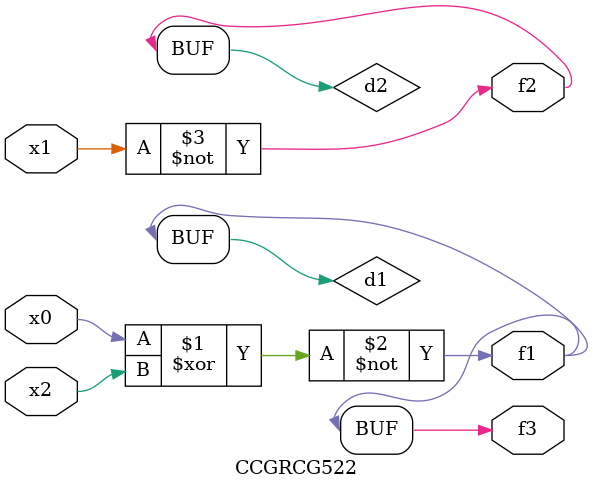
<source format=v>
module CCGRCG522(
	input x0, x1, x2,
	output f1, f2, f3
);

	wire d1, d2, d3;

	xnor (d1, x0, x2);
	nand (d2, x1);
	nor (d3, x1, x2);
	assign f1 = d1;
	assign f2 = d2;
	assign f3 = d1;
endmodule

</source>
